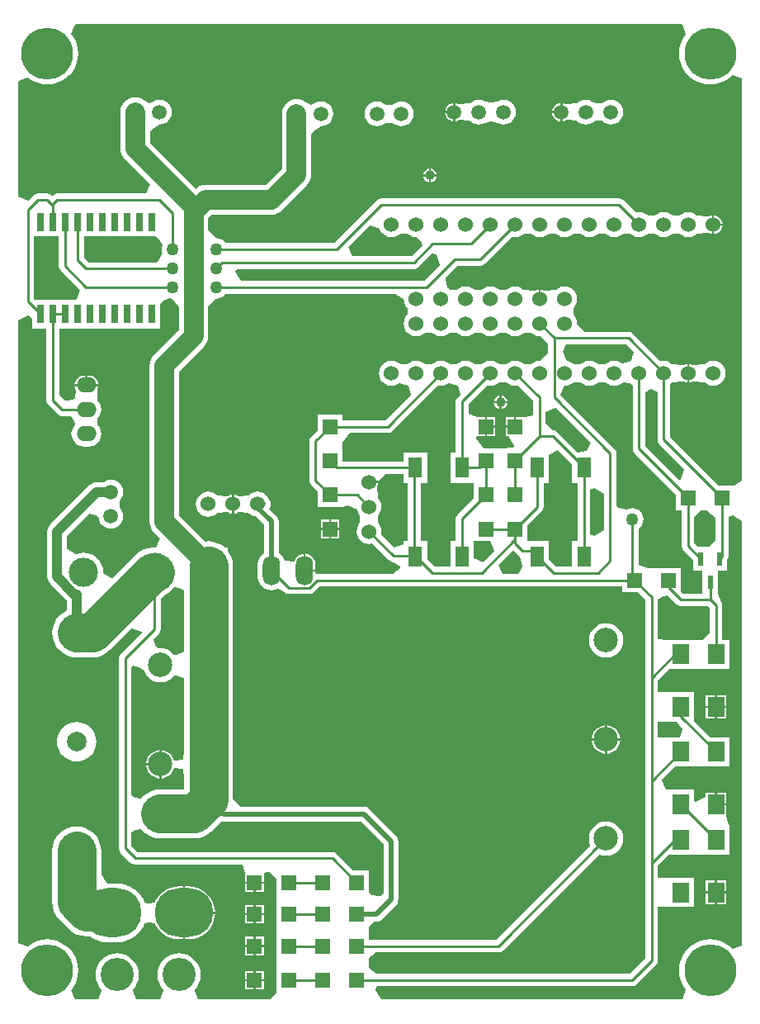
<source format=gtl>
G04 Layer_Physical_Order=1*
G04 Layer_Color=255*
%FSLAX25Y25*%
%MOIN*%
G70*
G01*
G75*
%ADD10R,0.05906X0.05906*%
%ADD11R,0.02559X0.07677*%
%ADD12R,0.05906X0.05906*%
%ADD13R,0.06693X0.07874*%
%ADD14R,0.02362X0.05709*%
%ADD15R,0.05512X0.08268*%
%ADD16C,0.00984*%
%ADD17C,0.07874*%
%ADD18C,0.15748*%
%ADD19C,0.01969*%
%ADD20C,0.03937*%
%ADD21C,0.20945*%
%ADD22C,0.06000*%
%ADD23O,0.23622X0.19685*%
%ADD24C,0.13386*%
%ADD25O,0.08000X0.06000*%
%ADD26C,0.05906*%
%ADD27R,0.11811X0.15748*%
%ADD28O,0.11811X0.15748*%
%ADD29C,0.11811*%
%ADD30O,0.09843X0.07874*%
%ADD31C,0.07874*%
%ADD32O,0.07000X0.12000*%
%ADD33C,0.09843*%
%ADD34C,0.05000*%
%ADD35C,0.03937*%
G36*
X256298Y381890D02*
X256927Y381165D01*
X258039Y377953D01*
X257595Y377432D01*
X256569Y375759D01*
X255818Y373945D01*
X255360Y372036D01*
X255205Y370079D01*
X255360Y368122D01*
X255818Y366213D01*
X256569Y364399D01*
X257595Y362725D01*
X258870Y361232D01*
X260363Y359957D01*
X262037Y358931D01*
X263850Y358180D01*
X265759Y357722D01*
X267717Y357568D01*
X269674Y357722D01*
X271583Y358180D01*
X273396Y358931D01*
X275070Y359957D01*
X276563Y361232D01*
X276752Y361453D01*
X280689Y360001D01*
Y197524D01*
X277532Y195642D01*
X276752Y195642D01*
X271219D01*
X251517Y215344D01*
Y236671D01*
X252337Y237300D01*
X252689Y237491D01*
X256660Y237801D01*
X257066Y237715D01*
X257066Y237715D01*
X257248Y237640D01*
X257988Y237334D01*
X258583Y237255D01*
Y241024D01*
Y244792D01*
X257988Y244713D01*
X257248Y244407D01*
X257066Y244332D01*
X257066Y244332D01*
X256660Y244246D01*
X252689Y244556D01*
X252337Y244747D01*
X251498Y245391D01*
X250282Y245895D01*
X248976Y246067D01*
X247695Y245898D01*
X236521Y257072D01*
X235697Y257623D01*
X234724Y257817D01*
X234724Y257817D01*
X217321D01*
X216578Y258224D01*
X214019Y261024D01*
X213848Y262329D01*
X213344Y263545D01*
X212542Y264896D01*
Y267151D01*
X213344Y268502D01*
X213848Y269718D01*
X214019Y271024D01*
X213848Y272329D01*
X213344Y273545D01*
X212542Y274590D01*
X211498Y275391D01*
X210282Y275895D01*
X208976Y276067D01*
X207671Y275895D01*
X206455Y275391D01*
X205615Y274747D01*
X205264Y274556D01*
X201293Y274246D01*
X200887Y274332D01*
X200886Y274332D01*
X200705Y274407D01*
X199965Y274713D01*
X199370Y274792D01*
Y271024D01*
X198583D01*
Y274792D01*
X197988Y274713D01*
X197248Y274407D01*
X197066Y274332D01*
X197066Y274332D01*
X196660Y274246D01*
X192688Y274556D01*
X192337Y274747D01*
X191498Y275391D01*
X190282Y275895D01*
X188976Y276067D01*
X187671Y275895D01*
X186455Y275391D01*
X185104Y274590D01*
X182849D01*
X181498Y275391D01*
X180282Y275895D01*
X178976Y276067D01*
X177671Y275895D01*
X176455Y275391D01*
X175104Y274590D01*
X172849D01*
X171498Y275391D01*
X170282Y275895D01*
X168976Y276067D01*
X167671Y275895D01*
X166455Y275391D01*
X165104Y274590D01*
X162849D01*
X161751Y275241D01*
X161429Y275720D01*
X160741Y278985D01*
X160856Y279763D01*
X165584Y284491D01*
X174984D01*
X174984Y284490D01*
X175957Y284684D01*
X176781Y285235D01*
X187695Y296149D01*
X188976Y295981D01*
X190282Y296152D01*
X191498Y296656D01*
X192849Y297458D01*
X195104D01*
X196455Y296656D01*
X197671Y296152D01*
X198976Y295981D01*
X200282Y296152D01*
X201498Y296656D01*
X202849Y297458D01*
X205104D01*
X206455Y296656D01*
X207671Y296152D01*
X208976Y295981D01*
X210282Y296152D01*
X211498Y296656D01*
X212849Y297458D01*
X215104D01*
X216455Y296656D01*
X217671Y296152D01*
X218976Y295981D01*
X220282Y296152D01*
X221498Y296656D01*
X222849Y297458D01*
X225104D01*
X226455Y296656D01*
X227671Y296152D01*
X228976Y295981D01*
X230282Y296152D01*
X231498Y296656D01*
X232849Y297458D01*
X235104D01*
X236455Y296656D01*
X237671Y296152D01*
X238976Y295981D01*
X240282Y296152D01*
X241498Y296656D01*
X242849Y297458D01*
X245104D01*
X246455Y296656D01*
X247671Y296152D01*
X248976Y295981D01*
X250282Y296152D01*
X251498Y296656D01*
X252849Y297458D01*
X255104D01*
X256455Y296656D01*
X257671Y296152D01*
X258976Y295981D01*
X260282Y296152D01*
X261498Y296656D01*
X262337Y297300D01*
X262688Y297491D01*
X266660Y297801D01*
X267066Y297715D01*
X267066Y297715D01*
X267248Y297640D01*
X267988Y297334D01*
X268583Y297255D01*
Y301024D01*
Y304792D01*
X267988Y304714D01*
X267248Y304407D01*
X267066Y304332D01*
X267066Y304332D01*
X266660Y304246D01*
X262688Y304556D01*
X262337Y304747D01*
X261498Y305391D01*
X260282Y305895D01*
X258976Y306067D01*
X257671Y305895D01*
X256455Y305391D01*
X255104Y304590D01*
X252849D01*
X251498Y305391D01*
X250282Y305895D01*
X248976Y306067D01*
X247671Y305895D01*
X246455Y305391D01*
X245104Y304590D01*
X242849D01*
X241498Y305391D01*
X240282Y305895D01*
X238976Y306067D01*
X237695Y305898D01*
X232742Y310852D01*
X231917Y311403D01*
X230945Y311596D01*
X230945Y311596D01*
X134843D01*
X134843Y311596D01*
X133870Y311403D01*
X133046Y310852D01*
X115798Y293604D01*
X71911D01*
X71398Y294272D01*
X70458Y294994D01*
X69364Y295447D01*
X68189Y295602D01*
X65498Y298060D01*
X65021Y298883D01*
Y303631D01*
X66448Y305058D01*
X90551D01*
X90551Y305058D01*
X91715Y305172D01*
X92834Y305512D01*
X93866Y306063D01*
X94770Y306805D01*
X104907Y316943D01*
X105649Y317847D01*
X106201Y318878D01*
X106540Y319998D01*
X106655Y321161D01*
X106655Y321162D01*
Y337673D01*
X107487Y338700D01*
X110531Y340693D01*
X111824Y340864D01*
X113029Y341363D01*
X114064Y342157D01*
X114858Y343191D01*
X115357Y344396D01*
X115527Y345689D01*
X115357Y346982D01*
X114858Y348187D01*
X114064Y349221D01*
X113029Y350015D01*
X111824Y350514D01*
X110531Y350684D01*
X109239Y350514D01*
X108034Y350015D01*
X106605Y349409D01*
X104003Y350649D01*
X102972Y351201D01*
X101853Y351540D01*
X100689Y351655D01*
X99525Y351540D01*
X98406Y351201D01*
X97375Y350649D01*
X96471Y349907D01*
X95729Y349003D01*
X95177Y347972D01*
X94838Y346853D01*
X94723Y345689D01*
Y323633D01*
X88080Y316989D01*
X63977D01*
X63976Y316989D01*
X62813Y316875D01*
X61693Y316535D01*
X60662Y315984D01*
X60067Y315496D01*
X41399Y334164D01*
Y338440D01*
X42231Y339468D01*
X45276Y341461D01*
X46569Y341631D01*
X47773Y342130D01*
X48808Y342924D01*
X49602Y343959D01*
X50101Y345164D01*
X50271Y346457D01*
X50101Y347750D01*
X49602Y348954D01*
X48808Y349989D01*
X47773Y350783D01*
X46569Y351282D01*
X45276Y351452D01*
X43983Y351282D01*
X42778Y350783D01*
X41349Y350177D01*
X38747Y351417D01*
X37716Y351968D01*
X36597Y352308D01*
X35433Y352422D01*
X34269Y352308D01*
X33150Y351968D01*
X32119Y351417D01*
X31215Y350675D01*
X30473Y349771D01*
X29921Y348740D01*
X29582Y347621D01*
X29467Y346457D01*
Y331693D01*
X29467Y331693D01*
X29582Y330529D01*
X29921Y329410D01*
X30473Y328379D01*
X31215Y327474D01*
X41487Y317202D01*
X39981Y313565D01*
X3937D01*
X3937Y313565D01*
X2965Y313371D01*
X2140Y312820D01*
X1969Y312649D01*
X1797Y312820D01*
X972Y313371D01*
X0Y313565D01*
X-0Y313565D01*
X-3937D01*
X-4909Y313371D01*
X-5734Y312820D01*
X-5734Y312820D01*
X-7874Y310680D01*
X-11811Y312311D01*
Y358660D01*
X-11086Y359289D01*
X-7874Y360401D01*
X-7354Y359957D01*
X-5680Y358931D01*
X-3866Y358180D01*
X-1957Y357722D01*
X0Y357568D01*
X1957Y357722D01*
X3866Y358180D01*
X5680Y358931D01*
X7354Y359957D01*
X8847Y361232D01*
X10122Y362725D01*
X11147Y364399D01*
X11899Y366213D01*
X12357Y368122D01*
X12511Y370079D01*
X12357Y372036D01*
X11899Y373945D01*
X11147Y375759D01*
X10122Y377432D01*
X9677Y377953D01*
X10790Y381165D01*
X11418Y381890D01*
X256298Y381890D01*
D02*
G37*
G36*
X132650Y300073D02*
X134270Y299321D01*
X134609Y298502D01*
X135410Y297458D01*
X136455Y296656D01*
X137671Y296152D01*
X138976Y295981D01*
X140282Y296152D01*
X141498Y296656D01*
X142849Y297458D01*
X145104D01*
X146455Y296656D01*
X147671Y296152D01*
X148976Y295981D01*
X149371Y296033D01*
X151105Y293525D01*
X151422Y292515D01*
X147136Y288230D01*
X123179D01*
X121548Y292167D01*
X130081Y300700D01*
X132650Y300073D01*
D02*
G37*
G36*
X45253Y294923D02*
X46506Y292723D01*
X46305Y292238D01*
X46150Y291063D01*
X46305Y289888D01*
X46396Y289667D01*
X45236Y287007D01*
X44147Y285730D01*
X16741D01*
X14726Y287745D01*
Y296228D01*
X44018D01*
X45253Y294923D01*
D02*
G37*
G36*
X157310Y288972D02*
X158699Y284792D01*
X152137Y278230D01*
X78061D01*
X75836Y282167D01*
X76427Y283148D01*
X148189D01*
X148189Y283148D01*
X149161Y283342D01*
X149986Y283892D01*
X155350Y289256D01*
X157310Y288972D01*
D02*
G37*
G36*
X4644Y284193D02*
X4644Y284193D01*
X4837Y283221D01*
X5388Y282396D01*
X13147Y274638D01*
X12365Y271718D01*
X11650Y270701D01*
X-5060D01*
X-5333Y270974D01*
Y296228D01*
X4644D01*
Y284193D01*
D02*
G37*
G36*
X236711Y249696D02*
X235987Y246001D01*
X232293Y244919D01*
X231498Y245391D01*
X230282Y245895D01*
X228976Y246067D01*
X227671Y245895D01*
X226455Y245391D01*
X225104Y244590D01*
X222849D01*
X221498Y245391D01*
X220282Y245895D01*
X218976Y246067D01*
X217671Y245895D01*
X216455Y245391D01*
X215104Y244590D01*
X212849D01*
X211498Y245391D01*
X210282Y245895D01*
X209996Y245933D01*
X208079Y249592D01*
X209465Y252735D01*
X233672D01*
X236711Y249696D01*
D02*
G37*
G36*
X143933Y271024D02*
X144105Y269718D01*
X144609Y268502D01*
X145410Y267151D01*
Y264896D01*
X144609Y263545D01*
X144105Y262329D01*
X143933Y261024D01*
X144105Y259718D01*
X144609Y258502D01*
X145410Y257458D01*
X146455Y256656D01*
X147671Y256152D01*
X148976Y255980D01*
X150282Y256152D01*
X151498Y256656D01*
X152849Y257458D01*
X155104D01*
X156455Y256656D01*
X157671Y256152D01*
X158976Y255980D01*
X160282Y256152D01*
X161498Y256656D01*
X162849Y257458D01*
X165104D01*
X166455Y256656D01*
X167671Y256152D01*
X168976Y255980D01*
X170282Y256152D01*
X171498Y256656D01*
X172849Y257458D01*
X175104D01*
X176455Y256656D01*
X177671Y256152D01*
X178976Y255980D01*
X180282Y256152D01*
X181498Y256656D01*
X182849Y257458D01*
X185104D01*
X186455Y256656D01*
X187671Y256152D01*
X188976Y255980D01*
X190282Y256152D01*
X191498Y256656D01*
X192849Y257458D01*
X195104D01*
X196455Y256656D01*
X197671Y256152D01*
X198976Y255980D01*
X202184Y253061D01*
Y249369D01*
X201776Y248625D01*
X198976Y246067D01*
X197671Y245895D01*
X196455Y245391D01*
X195104Y244590D01*
X192849D01*
X191498Y245391D01*
X190282Y245895D01*
X188976Y246067D01*
X187671Y245895D01*
X186455Y245391D01*
X185104Y244590D01*
X182849D01*
X181498Y245391D01*
X180282Y245895D01*
X178976Y246067D01*
X177671Y245895D01*
X176455Y245391D01*
X175104Y244590D01*
X172849D01*
X171498Y245391D01*
X170282Y245895D01*
X168976Y246067D01*
X167671Y245895D01*
X166455Y245391D01*
X165104Y244590D01*
X162849D01*
X161498Y245391D01*
X160282Y245895D01*
X158976Y246067D01*
X157671Y245895D01*
X156455Y245391D01*
X155104Y244590D01*
X152849D01*
X151498Y245391D01*
X150282Y245895D01*
X148976Y246067D01*
X147671Y245895D01*
X146455Y245391D01*
X145104Y244590D01*
X142849D01*
X141498Y245391D01*
X140282Y245895D01*
X138976Y246067D01*
X137671Y245895D01*
X136455Y245391D01*
X135410Y244590D01*
X134609Y243545D01*
X134105Y242329D01*
X133933Y241024D01*
X134105Y239718D01*
X134609Y238502D01*
X135410Y237458D01*
X136455Y236656D01*
X137671Y236152D01*
X138976Y235981D01*
X140282Y236152D01*
X141498Y236656D01*
X142293Y237128D01*
X145987Y236047D01*
X146711Y232351D01*
X136388Y222029D01*
X119126D01*
Y224441D01*
X109221D01*
Y218129D01*
X106471Y215379D01*
X105920Y214555D01*
X105727Y213583D01*
X105727Y213583D01*
Y197835D01*
X105727Y197835D01*
X105920Y196862D01*
X106471Y196038D01*
X109221Y193288D01*
Y186976D01*
X119126D01*
Y186976D01*
X121257Y187705D01*
X125050Y185860D01*
X125554Y184644D01*
X126355Y183293D01*
Y181038D01*
X125554Y179687D01*
X125050Y178471D01*
X124878Y177165D01*
X125050Y175860D01*
X125554Y174644D01*
X126355Y173599D01*
X127400Y172798D01*
X128616Y172294D01*
X129921Y172122D01*
X131202Y172291D01*
X137967Y165526D01*
X138791Y164975D01*
X139764Y164782D01*
X143023Y162794D01*
X139601Y160021D01*
X108853D01*
X108261Y160507D01*
Y161024D01*
X103937D01*
Y161417D01*
X103543D01*
Y168190D01*
X102818Y168094D01*
X101775Y167662D01*
X100879Y166975D01*
X100192Y166079D01*
X99760Y165037D01*
X95910Y165353D01*
X95355Y166691D01*
X94474Y167840D01*
X93451Y168625D01*
Y181213D01*
X93348Y181992D01*
X93048Y182718D01*
X92569Y183341D01*
X89624Y186286D01*
X89660Y186374D01*
X89898Y186684D01*
X90199Y187410D01*
X90301Y188189D01*
X90199Y188968D01*
X89898Y189694D01*
X89660Y190004D01*
X89368Y190710D01*
X88566Y191755D01*
X87522Y192557D01*
X86305Y193060D01*
X85000Y193232D01*
X83695Y193060D01*
X82478Y192557D01*
X81639Y191912D01*
X81288Y191721D01*
X77316Y191411D01*
X76910Y191497D01*
X76910Y191497D01*
X76728Y191573D01*
X75989Y191879D01*
X75394Y191957D01*
Y188189D01*
Y184421D01*
X75989Y184499D01*
X76728Y184805D01*
X76910Y184881D01*
X76910Y184881D01*
X77316Y184967D01*
X81288Y184657D01*
X81639Y184466D01*
X82478Y183821D01*
X83695Y183318D01*
X84137Y183259D01*
X87431Y179966D01*
Y168456D01*
X86629Y167840D01*
X85747Y166691D01*
X85193Y165353D01*
X85004Y163917D01*
Y158917D01*
X85193Y157482D01*
X85747Y156144D01*
X86629Y154995D01*
X87777Y154113D01*
X89115Y153559D01*
X90551Y153370D01*
X91987Y153559D01*
X93325Y154113D01*
X95747Y152629D01*
X96571Y152078D01*
X97543Y151884D01*
X97543Y151884D01*
X105798D01*
X105798Y151884D01*
X106770Y152078D01*
X107594Y152629D01*
X109905Y154939D01*
X232252D01*
Y152528D01*
X238564D01*
X241553Y149538D01*
Y118110D01*
X241553Y118110D01*
X241553Y118110D01*
Y76378D01*
X241553Y76378D01*
X241553Y76378D01*
Y43307D01*
X241553Y43307D01*
X241553Y43307D01*
Y5064D01*
X235093Y-1396D01*
X132917D01*
X129953Y1016D01*
Y4890D01*
X132917Y7302D01*
X182343D01*
X182343Y7302D01*
X183315Y7495D01*
X184139Y8046D01*
X222916Y46823D01*
X223027Y46764D01*
X224332Y46368D01*
X225689Y46234D01*
X227046Y46368D01*
X228350Y46764D01*
X229553Y47406D01*
X230607Y48271D01*
X231472Y49325D01*
X232114Y50528D01*
X232510Y51832D01*
X232644Y53189D01*
X232510Y54546D01*
X232114Y55850D01*
X231472Y57053D01*
X230607Y58107D01*
X229553Y58972D01*
X228350Y59614D01*
X227046Y60010D01*
X225689Y60144D01*
X224332Y60010D01*
X223027Y59614D01*
X221825Y58972D01*
X220771Y58107D01*
X219906Y57053D01*
X219264Y55850D01*
X218868Y54546D01*
X218734Y53189D01*
X218868Y51832D01*
X219264Y50528D01*
X219323Y50416D01*
X181290Y12383D01*
X129953D01*
X129953Y14795D01*
Y17685D01*
X131895Y19628D01*
X132874D01*
X133653Y19730D01*
X134379Y20031D01*
X135002Y20509D01*
X140908Y26415D01*
X141386Y27038D01*
X141687Y27764D01*
X141789Y28543D01*
Y52165D01*
X141687Y52944D01*
X141386Y53670D01*
X140908Y54294D01*
X130081Y65121D01*
X129458Y65599D01*
X128732Y65900D01*
X127953Y66002D01*
X78558D01*
X78257Y66088D01*
X74989Y69004D01*
Y160689D01*
Y163279D01*
X74798Y165215D01*
X74234Y167076D01*
X73317Y168792D01*
X72972Y169211D01*
Y170563D01*
X71757D01*
X70579Y171529D01*
X68864Y172446D01*
X67003Y173011D01*
X65067Y173201D01*
X63715Y173068D01*
X53210Y183573D01*
Y241623D01*
X63274Y251687D01*
X63274Y251687D01*
X64015Y252591D01*
X64567Y253623D01*
X64906Y254742D01*
X65021Y255906D01*
Y267869D01*
X65498Y268692D01*
X68189Y271150D01*
X69364Y271305D01*
X70458Y271758D01*
X71398Y272480D01*
X71911Y273148D01*
X140378D01*
X143933Y271024D01*
D02*
G37*
G36*
X226455Y236656D02*
X227671Y236152D01*
X228976Y235981D01*
X230282Y236152D01*
X231498Y236656D01*
X232771Y237411D01*
X235133Y236934D01*
X236435Y236064D01*
Y210512D01*
X236435Y210512D01*
X236629Y209539D01*
X237180Y208715D01*
X253847Y192048D01*
Y185736D01*
X256258D01*
Y171221D01*
X256258Y171221D01*
X256452Y170248D01*
X257002Y169424D01*
X260795Y165631D01*
Y161189D01*
X264535D01*
Y152147D01*
X256958D01*
X255937Y153168D01*
Y162433D01*
X246031D01*
Y162433D01*
X242698D01*
X238761Y163739D01*
Y178364D01*
X239430Y178877D01*
X240151Y179817D01*
X240605Y180912D01*
X240759Y182087D01*
X240605Y183261D01*
X240151Y184356D01*
X239430Y185296D01*
X238490Y186017D01*
X237395Y186471D01*
X236221Y186625D01*
X235046Y186471D01*
X233951Y186017D01*
X233840Y185932D01*
X231032Y186828D01*
X229903Y187702D01*
Y208661D01*
X229903Y208661D01*
X229710Y209634D01*
X229159Y210458D01*
X207265Y232352D01*
X208976Y235981D01*
X210282Y236152D01*
X211498Y236656D01*
X212849Y237458D01*
X215104D01*
X216455Y236656D01*
X217671Y236152D01*
X218976Y235981D01*
X220282Y236152D01*
X221498Y236656D01*
X222849Y237458D01*
X225104D01*
X226455Y236656D01*
D02*
G37*
G36*
X186455D02*
X187671Y236152D01*
X188976Y235981D01*
X190257Y236149D01*
X196278Y230129D01*
Y224135D01*
X192717Y223228D01*
X192341Y223228D01*
X189370D01*
Y219488D01*
X188976D01*
Y219094D01*
X185236D01*
Y215748D01*
X186364D01*
X188468Y211811D01*
X187861Y210902D01*
X184024Y210662D01*
X182118D01*
Y210661D01*
X176054D01*
X173093Y214598D01*
X173425Y215748D01*
X173998Y215748D01*
X176772D01*
Y219488D01*
Y223228D01*
X173998D01*
X173425Y223228D01*
X170061Y224610D01*
Y228514D01*
X177695Y236149D01*
X178976Y235981D01*
X180282Y236152D01*
X181498Y236656D01*
X182849Y237458D01*
X185104D01*
X186455Y236656D01*
D02*
G37*
G36*
X165987Y236047D02*
X166711Y232351D01*
X165723Y231364D01*
X165172Y230539D01*
X164979Y229567D01*
X164979Y229567D01*
Y209087D01*
X162764D01*
Y196819D01*
X172213D01*
Y190570D01*
X165723Y184080D01*
X165172Y183256D01*
X164979Y182283D01*
X164979Y182283D01*
Y173260D01*
X162764D01*
Y162974D01*
X156564D01*
X153378Y166160D01*
Y173260D01*
X150730D01*
Y196819D01*
X153378D01*
Y209087D01*
X143866D01*
Y205494D01*
X119126D01*
Y210661D01*
X119126D01*
Y213010D01*
X122064Y216947D01*
X137441D01*
X137441Y216947D01*
X138413Y217141D01*
X139238Y217691D01*
X157695Y236149D01*
X158976Y235981D01*
X160282Y236152D01*
X161498Y236656D01*
X162293Y237128D01*
X165987Y236047D01*
D02*
G37*
G36*
X49514Y271305D02*
X50689Y271150D01*
X52997Y267940D01*
X53089Y267668D01*
Y258377D01*
X43026Y248313D01*
X42284Y247409D01*
X41732Y246377D01*
X41393Y245258D01*
X41278Y244094D01*
X41278Y244094D01*
Y181103D01*
X41278Y181102D01*
X41393Y179938D01*
X41732Y178819D01*
X42284Y177788D01*
X43026Y176884D01*
X45554Y174356D01*
X43766Y170576D01*
X43413Y170611D01*
X42579D01*
X40643Y170420D01*
X38782Y169855D01*
X37067Y168939D01*
X35563Y167705D01*
X26198Y158340D01*
X25852Y158414D01*
X22577Y160287D01*
X22617Y160689D01*
X22464Y162239D01*
X22012Y163729D01*
X21278Y165102D01*
X20290Y166306D01*
X19086Y167294D01*
X17713Y168028D01*
X16223Y168480D01*
X14673Y168633D01*
X13124Y168480D01*
X11877Y168102D01*
X11569Y168066D01*
X8195Y170050D01*
X7940Y170391D01*
Y175507D01*
X16889Y184457D01*
X19486Y183591D01*
X20751Y182751D01*
X20864Y181896D01*
X21363Y180691D01*
X22157Y179657D01*
X23191Y178863D01*
X24396Y178364D01*
X25689Y178193D01*
X26982Y178364D01*
X28187Y178863D01*
X29221Y179657D01*
X30015Y180691D01*
X30514Y181896D01*
X30685Y183189D01*
X30514Y184482D01*
X30015Y185687D01*
X29221Y186997D01*
Y189223D01*
X30015Y190534D01*
X30514Y191739D01*
X30685Y193032D01*
X30514Y194324D01*
X30015Y195529D01*
X29221Y196564D01*
X28187Y197358D01*
X26982Y197857D01*
X25689Y198027D01*
X24396Y197857D01*
X23191Y197358D01*
X22770Y197034D01*
X19803D01*
X18767Y196898D01*
X17802Y196498D01*
X16973Y195862D01*
X1107Y179996D01*
X471Y179167D01*
X71Y178201D01*
X-66Y177165D01*
Y158876D01*
X71Y157840D01*
X471Y156874D01*
X1107Y156045D01*
X7926Y149225D01*
Y145277D01*
X6417Y144470D01*
X4913Y143236D01*
X3680Y141733D01*
X2763Y140017D01*
X2198Y138156D01*
X2007Y136221D01*
X2198Y134285D01*
X2763Y132424D01*
X3680Y130708D01*
X4913Y129205D01*
X6417Y127971D01*
X8132Y127054D01*
X9994Y126489D01*
X11929Y126299D01*
X18110D01*
X20046Y126489D01*
X21907Y127054D01*
X23622Y127971D01*
X25126Y129205D01*
X34013Y138092D01*
X38285Y136796D01*
X38356Y136438D01*
X29699Y127781D01*
X29149Y126957D01*
X28955Y125984D01*
X28955Y125984D01*
Y49213D01*
X28955Y49213D01*
X29149Y48240D01*
X29699Y47416D01*
X33636Y43479D01*
X34461Y42928D01*
X35433Y42735D01*
X35433Y42735D01*
X79014D01*
X79921Y39173D01*
X79921Y38798D01*
Y35827D01*
X87402D01*
Y38798D01*
X87402Y39173D01*
X87448Y39356D01*
X88551Y39729D01*
X89417Y39524D01*
X92488Y36903D01*
Y31528D01*
X92488Y30480D01*
Y27591D01*
X92488Y26543D01*
Y18732D01*
X92488Y17685D01*
Y14795D01*
X92488Y13748D01*
Y4953D01*
X92488Y4890D01*
Y1016D01*
X92488Y953D01*
Y-7874D01*
X92488Y-8890D01*
X90036Y-11811D01*
X60913D01*
X59517Y-8362D01*
X59459Y-7874D01*
X60452Y-6664D01*
X61259Y-5154D01*
X61756Y-3515D01*
X61924Y-1811D01*
X61756Y-107D01*
X61259Y1532D01*
X60452Y3042D01*
X59365Y4366D01*
X58042Y5452D01*
X56532Y6259D01*
X54893Y6756D01*
X53189Y6924D01*
X51485Y6756D01*
X49846Y6259D01*
X48336Y5452D01*
X47012Y4366D01*
X45926Y3042D01*
X45119Y1532D01*
X44622Y-107D01*
X44454Y-1811D01*
X44622Y-3515D01*
X45119Y-5154D01*
X45926Y-6664D01*
X46919Y-7874D01*
X46861Y-8362D01*
X45465Y-11811D01*
X35913D01*
X34517Y-8362D01*
X34459Y-7874D01*
X35452Y-6664D01*
X36259Y-5154D01*
X36756Y-3515D01*
X36924Y-1811D01*
X36756Y-107D01*
X36259Y1532D01*
X35452Y3042D01*
X34365Y4366D01*
X33042Y5452D01*
X31532Y6259D01*
X29893Y6756D01*
X28189Y6924D01*
X26485Y6756D01*
X24846Y6259D01*
X23336Y5452D01*
X22012Y4366D01*
X20926Y3042D01*
X20119Y1532D01*
X19622Y-107D01*
X19454Y-1811D01*
X19622Y-3515D01*
X20119Y-5154D01*
X20926Y-6664D01*
X21919Y-7874D01*
X21861Y-8362D01*
X20465Y-11811D01*
X11418D01*
X10790Y-11086D01*
X9677Y-7874D01*
X10122Y-7354D01*
X11147Y-5680D01*
X11899Y-3866D01*
X12357Y-1957D01*
X12511Y0D01*
X12357Y1957D01*
X11899Y3866D01*
X11147Y5680D01*
X10122Y7354D01*
X8847Y8847D01*
X7354Y10122D01*
X5680Y11147D01*
X3866Y11899D01*
X1957Y12357D01*
X0Y12511D01*
X-1957Y12357D01*
X-3866Y11899D01*
X-5680Y11147D01*
X-7354Y10122D01*
X-7874Y9677D01*
X-11086Y10790D01*
X-11811Y11418D01*
Y262362D01*
X-7874Y264315D01*
X-6095Y262963D01*
Y259024D01*
X-356D01*
Y230099D01*
X-356Y230098D01*
X-163Y229126D01*
X388Y228302D01*
X4109Y224581D01*
X4933Y224030D01*
X5906Y223837D01*
X5906Y223837D01*
X9583D01*
X10881Y221532D01*
X11145Y220279D01*
X10380Y219057D01*
X9877Y217841D01*
X9705Y216535D01*
X9877Y215230D01*
X10380Y214014D01*
X11182Y212969D01*
X12227Y212168D01*
X13443Y211664D01*
X14748Y211492D01*
X16748D01*
X18053Y211664D01*
X19270Y212168D01*
X20314Y212969D01*
X21115Y214014D01*
X21619Y215230D01*
X21791Y216535D01*
X21619Y217841D01*
X21115Y219057D01*
X20314Y220339D01*
Y222574D01*
X21115Y223856D01*
X21619Y225073D01*
X21791Y226378D01*
X21619Y227683D01*
X21115Y228900D01*
X20540Y229650D01*
X20308Y230053D01*
X20051Y234286D01*
X20056Y234310D01*
X20187Y234627D01*
X20438Y235232D01*
X20516Y235827D01*
X15748D01*
X10980D01*
X11058Y235232D01*
X11309Y234627D01*
X11440Y234310D01*
X11445Y234286D01*
X11223Y230624D01*
X8511Y229858D01*
X8403Y229850D01*
X7118Y229951D01*
X4726Y232273D01*
Y259024D01*
X45465D01*
Y269063D01*
X46792Y270274D01*
X49076Y271486D01*
X49514Y271305D01*
D02*
G37*
G36*
X219407Y213024D02*
X217952Y209513D01*
X214139Y209140D01*
X205931Y217348D01*
X205106Y217899D01*
X204134Y218092D01*
X201360Y220613D01*
Y225503D01*
X205297Y227133D01*
X219407Y213024D01*
D02*
G37*
G36*
X246435Y233251D02*
Y214291D01*
X246435Y214291D01*
X246629Y213319D01*
X247180Y212495D01*
X257302Y202372D01*
X256006Y198100D01*
X255151Y197930D01*
X241517Y211564D01*
Y233251D01*
X243976Y234751D01*
X246435Y233251D01*
D02*
G37*
G36*
X224821Y192456D02*
Y177622D01*
X220884Y175308D01*
X219366Y176152D01*
X219273Y176279D01*
Y193799D01*
X219366Y193926D01*
X220884Y194771D01*
X224821Y192456D01*
D02*
G37*
G36*
X266101Y185736D02*
X270038Y182798D01*
Y173449D01*
X267158Y170898D01*
X262716D01*
X261340Y172273D01*
Y182798D01*
X263752Y185736D01*
X266101D01*
D02*
G37*
G36*
X143866Y196819D02*
X145648D01*
Y173260D01*
X143866D01*
Y172005D01*
X139929Y170751D01*
X134796Y175884D01*
X134964Y177165D01*
X134793Y178471D01*
X134289Y179687D01*
X133487Y181038D01*
Y183293D01*
X134289Y184644D01*
X134793Y185860D01*
X134964Y187165D01*
X134793Y188471D01*
X134289Y189687D01*
X133645Y190526D01*
X133454Y190877D01*
X133144Y194849D01*
X133229Y195255D01*
X133611Y196177D01*
X133689Y196772D01*
X129921D01*
Y197559D01*
X134077D01*
X135918Y199720D01*
X136937Y200412D01*
X143866D01*
Y196819D01*
D02*
G37*
G36*
X180666Y169260D02*
X176213Y164806D01*
X172276Y166437D01*
Y173197D01*
X179036D01*
X180666Y169260D01*
D02*
G37*
G36*
X211976Y204115D02*
Y196819D01*
X214191D01*
Y173260D01*
X211976D01*
Y162974D01*
X205580D01*
X202590Y165963D01*
Y173260D01*
X193929D01*
Y179509D01*
X199631Y185211D01*
X200182Y186036D01*
X200376Y187008D01*
X200376Y187008D01*
Y196819D01*
X202590D01*
Y207933D01*
X206190Y209902D01*
X211976Y204115D01*
D02*
G37*
G36*
X190132Y167495D02*
X190957Y166944D01*
X191847Y163025D01*
X190689Y160336D01*
X189544Y160021D01*
X183759D01*
X182252Y163659D01*
X188110Y169517D01*
X190132Y167495D01*
D02*
G37*
G36*
X254109Y147810D02*
X254933Y147259D01*
X255906Y147065D01*
X255906Y147065D01*
X266664D01*
X267538Y146192D01*
Y136228D01*
X264732Y133496D01*
X261252D01*
Y133496D01*
X250559D01*
Y133496D01*
X246635Y133528D01*
Y148841D01*
X246635Y149715D01*
X248739Y151054D01*
X250481Y151437D01*
X254109Y147810D01*
D02*
G37*
G36*
X53187Y154373D02*
X55145Y153339D01*
Y128532D01*
X52340Y127402D01*
X51208Y127374D01*
X50607Y128107D01*
X49553Y128972D01*
X48351Y129614D01*
X47046Y130010D01*
X45689Y130144D01*
X44721Y130048D01*
X43982Y130813D01*
X42749Y133644D01*
X45104Y135998D01*
X45104Y135999D01*
X45655Y136823D01*
X45848Y137795D01*
Y149927D01*
X47712Y151790D01*
X48926Y152439D01*
X50429Y153673D01*
X51208Y154622D01*
X53187Y154373D01*
D02*
G37*
G36*
X280689Y181242D02*
Y10078D01*
X276752Y8626D01*
X276563Y8847D01*
X275070Y10122D01*
X273396Y11147D01*
X271583Y11899D01*
X269674Y12357D01*
X267717Y12511D01*
X265759Y12357D01*
X263850Y11899D01*
X262037Y11147D01*
X260363Y10122D01*
X258870Y8847D01*
X257595Y7354D01*
X256569Y5680D01*
X255818Y3866D01*
X255360Y1957D01*
X255205Y0D01*
X255360Y-1957D01*
X255818Y-3866D01*
X256569Y-5680D01*
X257595Y-7354D01*
X258039Y-7874D01*
X256927Y-11086D01*
X256298Y-11811D01*
X134926D01*
X132418Y-7874D01*
X132946Y-6740D01*
X133311Y-6478D01*
X236146D01*
X236146Y-6478D01*
X237118Y-6284D01*
X237942Y-5734D01*
X245891Y2215D01*
X246442Y3039D01*
X246635Y4012D01*
X246635Y4012D01*
Y25527D01*
X250559Y25559D01*
X250572Y25559D01*
X261252D01*
Y37433D01*
X250572D01*
X250559Y37433D01*
X246635Y37465D01*
Y42255D01*
X251200Y46819D01*
X261252D01*
X261252Y46819D01*
X264732D01*
Y46819D01*
X265189Y46819D01*
X275425D01*
Y58693D01*
X275239D01*
X274213Y62205D01*
X274213Y62630D01*
Y66535D01*
X270079D01*
Y66929D01*
X269685D01*
Y71653D01*
X265945D01*
Y69968D01*
X262008Y67863D01*
X261252Y68369D01*
Y72866D01*
X250559D01*
Y72866D01*
X249751Y72873D01*
X248133Y76823D01*
X253562Y82252D01*
X261252D01*
X261252Y82252D01*
X264732D01*
Y82252D01*
X265189Y82252D01*
X275425D01*
Y94126D01*
X267735D01*
X261252Y100609D01*
Y112236D01*
X250559D01*
Y112236D01*
X246635Y112268D01*
Y117058D01*
X251200Y121622D01*
X261252D01*
Y121622D01*
X264732D01*
Y121622D01*
X275425D01*
Y133496D01*
X272620D01*
Y147244D01*
X272620Y147244D01*
X272426Y148216D01*
X272208Y148543D01*
X270898Y151937D01*
X270898Y151937D01*
X270898D01*
X270898Y151937D01*
Y161189D01*
X274638D01*
Y165761D01*
X274926Y166193D01*
X275120Y167165D01*
X275120Y167165D01*
Y182886D01*
X276752Y183691D01*
X280689Y181242D01*
D02*
G37*
G36*
X254242Y100239D02*
X256671Y97184D01*
X255404Y94126D01*
X250559D01*
Y94126D01*
X246635Y94158D01*
Y100330D01*
X250559Y100362D01*
X254242Y100239D01*
D02*
G37*
G36*
X36761Y122381D02*
X39125Y120984D01*
X39264Y120528D01*
X39906Y119325D01*
X40771Y118271D01*
X41825Y117406D01*
X43027Y116764D01*
X44332Y116368D01*
X45689Y116234D01*
X47046Y116368D01*
X48351Y116764D01*
X49553Y117406D01*
X50607Y118271D01*
X51208Y119004D01*
X52340Y118975D01*
X55145Y117846D01*
Y89012D01*
X54903Y85176D01*
X54903Y85176D01*
Y85176D01*
X51251Y84679D01*
X50675Y86068D01*
X49760Y87260D01*
X48568Y88175D01*
X47179Y88751D01*
X46083Y88895D01*
Y83189D01*
Y77483D01*
X47179Y77627D01*
X48568Y78202D01*
X49760Y79118D01*
X50675Y80310D01*
X50959Y80995D01*
X51251Y81699D01*
X54903Y81202D01*
Y81202D01*
X54903Y81202D01*
X55145Y77366D01*
Y73114D01*
X55142Y73111D01*
X45689D01*
X43753Y72920D01*
X41892Y72356D01*
X40177Y71439D01*
X38673Y70205D01*
X37974Y69353D01*
X35557Y69760D01*
X34037Y70614D01*
Y122356D01*
X34840Y122882D01*
X36761Y122381D01*
D02*
G37*
G36*
X70300Y60085D02*
X71079Y59982D01*
X126706D01*
X135769Y50919D01*
Y31051D01*
X134595Y29898D01*
X130915Y30235D01*
X129953Y31528D01*
Y40386D01*
X123641D01*
X116954Y47072D01*
X116130Y47623D01*
X115157Y47817D01*
X115157Y47817D01*
X36486D01*
X34037Y50265D01*
Y55764D01*
X35557Y56618D01*
X37974Y57025D01*
X38673Y56173D01*
X40177Y54939D01*
X41892Y54022D01*
X43753Y53458D01*
X45689Y53267D01*
X59252D01*
X61188Y53458D01*
X63049Y54022D01*
X64764Y54939D01*
X66268Y56173D01*
X70214Y60120D01*
X70300Y60085D01*
D02*
G37*
%LPC*%
G36*
X184370Y351452D02*
X183077Y351282D01*
X181872Y350783D01*
X181862Y350775D01*
X181801Y350742D01*
X179291Y350276D01*
X176781Y350742D01*
X176721Y350775D01*
X176710Y350783D01*
X175505Y351282D01*
X174213Y351452D01*
X172920Y351282D01*
X171715Y350783D01*
X170938Y350186D01*
X170891Y350160D01*
X170310Y349963D01*
X166591Y349698D01*
X165989Y349834D01*
X165347Y350101D01*
X164764Y350177D01*
Y346457D01*
Y342736D01*
X165347Y342813D01*
X165989Y343079D01*
X166591Y343215D01*
X170310Y342951D01*
X170891Y342753D01*
X170938Y342727D01*
X171715Y342130D01*
X172920Y341631D01*
X174213Y341461D01*
X175505Y341631D01*
X176710Y342130D01*
X176721Y342138D01*
X176781Y342172D01*
X179291Y342637D01*
X181801Y342172D01*
X181862Y342138D01*
X181872Y342130D01*
X183077Y341631D01*
X184370Y341461D01*
X185663Y341631D01*
X186868Y342130D01*
X187902Y342924D01*
X188696Y343959D01*
X189195Y345164D01*
X189366Y346457D01*
X189195Y347750D01*
X188696Y348954D01*
X187902Y349989D01*
X186868Y350783D01*
X185663Y351282D01*
X184370Y351452D01*
D02*
G37*
G36*
X227677D02*
X226384Y351282D01*
X225179Y350783D01*
X225169Y350775D01*
X223734Y349989D01*
X221462D01*
X220028Y350775D01*
X220017Y350783D01*
X218813Y351282D01*
X217520Y351452D01*
X216227Y351282D01*
X215022Y350783D01*
X214245Y350186D01*
X213877Y349981D01*
X209898Y349698D01*
X209296Y349834D01*
X208653Y350101D01*
X208071Y350177D01*
Y346457D01*
Y342736D01*
X208653Y342813D01*
X209296Y343079D01*
X209898Y343215D01*
X213877Y342932D01*
X214245Y342727D01*
X215022Y342130D01*
X216227Y341631D01*
X217520Y341461D01*
X218813Y341631D01*
X220017Y342130D01*
X220028Y342138D01*
X221462Y342924D01*
X223734D01*
X225169Y342138D01*
X225179Y342130D01*
X226384Y341631D01*
X227677Y341461D01*
X228970Y341631D01*
X230175Y342130D01*
X231209Y342924D01*
X232003Y343959D01*
X232502Y345164D01*
X232673Y346457D01*
X232502Y347750D01*
X232003Y348954D01*
X231209Y349989D01*
X230175Y350783D01*
X228970Y351282D01*
X227677Y351452D01*
D02*
G37*
G36*
X143032Y350684D02*
X141739Y350514D01*
X140534Y350015D01*
X139223Y349221D01*
X136997D01*
X135687Y350015D01*
X134482Y350514D01*
X133189Y350684D01*
X131896Y350514D01*
X130691Y350015D01*
X129657Y349221D01*
X128863Y348187D01*
X128364Y346982D01*
X128193Y345689D01*
X128364Y344396D01*
X128863Y343191D01*
X129657Y342157D01*
X130691Y341363D01*
X131896Y340864D01*
X133189Y340693D01*
X134482Y340864D01*
X135687Y341363D01*
X136997Y342157D01*
X139223D01*
X140534Y341363D01*
X141739Y340864D01*
X143032Y340693D01*
X144324Y340864D01*
X145529Y341363D01*
X146564Y342157D01*
X147358Y343191D01*
X147857Y344396D01*
X148027Y345689D01*
X147857Y346982D01*
X147358Y348187D01*
X146564Y349221D01*
X145529Y350015D01*
X144324Y350514D01*
X143032Y350684D01*
D02*
G37*
G36*
X207283Y350177D02*
X206701Y350101D01*
X205791Y349724D01*
X205010Y349124D01*
X204410Y348343D01*
X204033Y347433D01*
X203957Y346850D01*
X207283D01*
Y350177D01*
D02*
G37*
G36*
X163976D02*
X163394Y350101D01*
X162484Y349724D01*
X161703Y349124D01*
X161103Y348343D01*
X160726Y347433D01*
X160650Y346850D01*
X163976D01*
Y350177D01*
D02*
G37*
G36*
X207283Y346063D02*
X203957D01*
X204033Y345480D01*
X204410Y344570D01*
X205010Y343789D01*
X205791Y343190D01*
X206701Y342813D01*
X207283Y342736D01*
Y346063D01*
D02*
G37*
G36*
X163976D02*
X160650D01*
X160726Y345480D01*
X161103Y344570D01*
X161703Y343789D01*
X162484Y343190D01*
X163394Y342813D01*
X163976Y342736D01*
Y346063D01*
D02*
G37*
G36*
X154921Y323594D02*
Y321260D01*
X157255D01*
X157212Y321586D01*
X156935Y322256D01*
X156493Y322832D01*
X155917Y323273D01*
X155247Y323551D01*
X154921Y323594D01*
D02*
G37*
G36*
X154134D02*
X153808Y323551D01*
X153138Y323273D01*
X152562Y322832D01*
X152120Y322256D01*
X151843Y321586D01*
X151800Y321260D01*
X154134D01*
Y323594D01*
D02*
G37*
G36*
X157255Y320472D02*
X154921D01*
Y318138D01*
X155247Y318181D01*
X155917Y318459D01*
X156493Y318901D01*
X156935Y319476D01*
X157212Y320147D01*
X157255Y320472D01*
D02*
G37*
G36*
X154134D02*
X151800D01*
X151843Y320147D01*
X152120Y319476D01*
X152562Y318901D01*
X153138Y318459D01*
X153808Y318181D01*
X154134Y318138D01*
Y320472D01*
D02*
G37*
G36*
X269370Y304792D02*
Y301417D01*
X272745D01*
X272666Y302012D01*
X272285Y302934D01*
X271678Y303725D01*
X270886Y304332D01*
X269965Y304714D01*
X269370Y304792D01*
D02*
G37*
G36*
X272745Y300630D02*
X269370D01*
Y297255D01*
X269965Y297334D01*
X270886Y297715D01*
X271678Y298322D01*
X272285Y299114D01*
X272666Y300035D01*
X272745Y300630D01*
D02*
G37*
G36*
X268976Y246067D02*
X267671Y245895D01*
X266455Y245391D01*
X265615Y244747D01*
X265264Y244556D01*
X261293Y244246D01*
X260887Y244332D01*
X260886Y244332D01*
X260705Y244407D01*
X259965Y244713D01*
X259370Y244792D01*
Y241024D01*
Y237255D01*
X259965Y237334D01*
X260705Y237640D01*
X260886Y237715D01*
X260887Y237715D01*
X261293Y237801D01*
X265264Y237491D01*
X265615Y237300D01*
X266455Y236656D01*
X267671Y236152D01*
X268976Y235981D01*
X270282Y236152D01*
X271498Y236656D01*
X272542Y237458D01*
X273344Y238502D01*
X273848Y239718D01*
X274020Y241024D01*
X273848Y242329D01*
X273344Y243545D01*
X272542Y244590D01*
X271498Y245391D01*
X270282Y245895D01*
X268976Y246067D01*
D02*
G37*
G36*
X65000Y193232D02*
X63695Y193060D01*
X62478Y192557D01*
X61434Y191755D01*
X60632Y190710D01*
X60129Y189494D01*
X59957Y188189D01*
X60129Y186884D01*
X60632Y185667D01*
X61434Y184623D01*
X62478Y183821D01*
X63695Y183318D01*
X65000Y183146D01*
X66305Y183318D01*
X67522Y183821D01*
X68361Y184466D01*
X68712Y184657D01*
X72684Y184967D01*
X73090Y184881D01*
X73090Y184881D01*
X73272Y184805D01*
X74011Y184499D01*
X74606Y184421D01*
Y188189D01*
Y191957D01*
X74011Y191879D01*
X73272Y191573D01*
X73090Y191497D01*
X73090Y191497D01*
X72684Y191411D01*
X68712Y191721D01*
X68361Y191912D01*
X67522Y192557D01*
X66305Y193060D01*
X65000Y193232D01*
D02*
G37*
G36*
X117913Y181890D02*
X114567D01*
Y178543D01*
X117913D01*
Y181890D01*
D02*
G37*
G36*
X113779D02*
X110433D01*
Y178543D01*
X113779D01*
Y181890D01*
D02*
G37*
G36*
X117913Y177756D02*
X114567D01*
Y174409D01*
X117913D01*
Y177756D01*
D02*
G37*
G36*
X113779D02*
X110433D01*
Y174409D01*
X113779D01*
Y177756D01*
D02*
G37*
G36*
X104331Y168190D02*
Y161811D01*
X108261D01*
Y163917D01*
X108114Y165037D01*
X107682Y166079D01*
X106995Y166975D01*
X106099Y167662D01*
X105056Y168094D01*
X104331Y168190D01*
D02*
G37*
G36*
X225689Y140144D02*
X224332Y140010D01*
X223027Y139614D01*
X221825Y138972D01*
X220771Y138107D01*
X219906Y137053D01*
X219264Y135851D01*
X218868Y134546D01*
X218734Y133189D01*
X218868Y131832D01*
X219264Y130527D01*
X219906Y129325D01*
X220771Y128271D01*
X221825Y127406D01*
X223027Y126764D01*
X224332Y126368D01*
X225689Y126234D01*
X227046Y126368D01*
X228350Y126764D01*
X229553Y127406D01*
X230607Y128271D01*
X231472Y129325D01*
X232114Y130527D01*
X232510Y131832D01*
X232644Y133189D01*
X232510Y134546D01*
X232114Y135851D01*
X231472Y137053D01*
X230607Y138107D01*
X229553Y138972D01*
X228350Y139614D01*
X227046Y140010D01*
X225689Y140144D01*
D02*
G37*
G36*
X226083Y98895D02*
Y93583D01*
X231395D01*
X231251Y94679D01*
X230676Y96068D01*
X229760Y97260D01*
X228568Y98176D01*
X227179Y98751D01*
X226083Y98895D01*
D02*
G37*
G36*
X225295D02*
X224199Y98751D01*
X222810Y98176D01*
X221618Y97260D01*
X220703Y96068D01*
X220127Y94679D01*
X219983Y93583D01*
X225295D01*
Y98895D01*
D02*
G37*
G36*
X231395Y92795D02*
X226083D01*
Y87483D01*
X227179Y87627D01*
X228568Y88203D01*
X229760Y89117D01*
X230676Y90310D01*
X231251Y91699D01*
X231395Y92795D01*
D02*
G37*
G36*
X225295D02*
X219983D01*
X220127Y91699D01*
X220703Y90310D01*
X221618Y89117D01*
X222810Y88203D01*
X224199Y87627D01*
X225295Y87483D01*
Y92795D01*
D02*
G37*
G36*
X183465Y232059D02*
Y229724D01*
X185799D01*
X185756Y230050D01*
X185478Y230721D01*
X185036Y231296D01*
X184461Y231738D01*
X183790Y232016D01*
X183465Y232059D01*
D02*
G37*
G36*
X182677D02*
X182351Y232016D01*
X181681Y231738D01*
X181105Y231296D01*
X180664Y230721D01*
X180386Y230050D01*
X180343Y229724D01*
X182677D01*
Y232059D01*
D02*
G37*
G36*
X185799Y228937D02*
X183465D01*
Y226603D01*
X183790Y226646D01*
X184461Y226923D01*
X185036Y227365D01*
X185478Y227941D01*
X185756Y228611D01*
X185799Y228937D01*
D02*
G37*
G36*
X182677D02*
X180343D01*
X180386Y228611D01*
X180664Y227941D01*
X181105Y227365D01*
X181681Y226923D01*
X182351Y226646D01*
X182677Y226603D01*
Y228937D01*
D02*
G37*
G36*
X177559Y223228D02*
Y219882D01*
X180905D01*
Y223228D01*
X177559D01*
D02*
G37*
G36*
X188583D02*
X185236D01*
Y219882D01*
X188583D01*
Y223228D01*
D02*
G37*
G36*
X180905Y219094D02*
X177559D01*
Y215748D01*
X180905D01*
Y219094D01*
D02*
G37*
G36*
X16748Y240041D02*
X16142D01*
Y236614D01*
X20516D01*
X20438Y237209D01*
X20056Y238130D01*
X19449Y238922D01*
X18658Y239529D01*
X17737Y239910D01*
X16748Y240041D01*
D02*
G37*
G36*
X15354D02*
X14748D01*
X13759Y239910D01*
X12838Y239529D01*
X12047Y238922D01*
X11440Y238130D01*
X11058Y237209D01*
X10980Y236614D01*
X15354D01*
Y240041D01*
D02*
G37*
G36*
X11811Y100188D02*
X10261Y100035D01*
X8771Y99583D01*
X7398Y98849D01*
X6194Y97861D01*
X5206Y96657D01*
X4472Y95284D01*
X4020Y93794D01*
X3867Y92244D01*
X4020Y90694D01*
X4472Y89204D01*
X5206Y87831D01*
X6194Y86627D01*
X7398Y85639D01*
X8771Y84905D01*
X10261Y84453D01*
X11811Y84300D01*
X13361Y84453D01*
X14851Y84905D01*
X16224Y85639D01*
X17428Y86627D01*
X18416Y87831D01*
X19150Y89204D01*
X19602Y90694D01*
X19755Y92244D01*
X19602Y93794D01*
X19150Y95284D01*
X18416Y96657D01*
X17428Y97861D01*
X16224Y98849D01*
X14851Y99583D01*
X13361Y100035D01*
X11811Y100188D01*
D02*
G37*
G36*
X87402Y35039D02*
X84055D01*
Y31693D01*
X87402D01*
Y35039D01*
D02*
G37*
G36*
X83268D02*
X79921D01*
Y31693D01*
X83268D01*
Y35039D01*
D02*
G37*
G36*
X57126Y33852D02*
X55551D01*
Y23583D01*
X67758D01*
X67658Y24857D01*
X67267Y26484D01*
X66627Y28030D01*
X65752Y29456D01*
X64666Y30729D01*
X63393Y31815D01*
X61967Y32690D01*
X60421Y33330D01*
X58794Y33720D01*
X57126Y33852D01*
D02*
G37*
G36*
X87402Y26378D02*
X84055D01*
Y23031D01*
X87402D01*
Y26378D01*
D02*
G37*
G36*
X83268D02*
X79921D01*
Y23031D01*
X83268D01*
Y26378D01*
D02*
G37*
G36*
X87402Y22244D02*
X84055D01*
Y18898D01*
X87402D01*
Y22244D01*
D02*
G37*
G36*
X83268D02*
X79921D01*
Y18898D01*
X83268D01*
Y22244D01*
D02*
G37*
G36*
X67758Y22795D02*
X55551D01*
Y12526D01*
X57126D01*
X58794Y12657D01*
X60421Y13048D01*
X61967Y13688D01*
X63393Y14563D01*
X64666Y15649D01*
X65752Y16921D01*
X66627Y18348D01*
X67267Y19894D01*
X67658Y21521D01*
X67758Y22795D01*
D02*
G37*
G36*
X11811Y58111D02*
X9875Y57920D01*
X8014Y57355D01*
X6299Y56439D01*
X4795Y55205D01*
X3561Y53701D01*
X2644Y51986D01*
X2080Y50125D01*
X1889Y48189D01*
Y27559D01*
X2080Y25623D01*
X2644Y23762D01*
X3561Y22047D01*
X4795Y20543D01*
X8732Y16606D01*
X10236Y15372D01*
X11951Y14456D01*
X13812Y13891D01*
X15748Y13700D01*
X17127D01*
X17270Y13579D01*
X18859Y12605D01*
X20581Y11891D01*
X22394Y11456D01*
X24252Y11310D01*
X28189D01*
X30047Y11456D01*
X31860Y11891D01*
X33582Y12605D01*
X35171Y13579D01*
X36589Y14789D01*
X37799Y16207D01*
X38773Y17796D01*
X39246Y18938D01*
X40852Y19342D01*
X43414Y19011D01*
X43688Y18348D01*
X44563Y16921D01*
X45649Y15649D01*
X46922Y14563D01*
X48348Y13688D01*
X49894Y13048D01*
X51521Y12657D01*
X53189Y12526D01*
X54764D01*
Y23189D01*
Y33852D01*
X53189D01*
X51521Y33720D01*
X49894Y33330D01*
X48348Y32690D01*
X46922Y31815D01*
X45649Y30729D01*
X44563Y29456D01*
X43688Y28030D01*
X43414Y27367D01*
X40852Y27036D01*
X39246Y27440D01*
X38773Y28582D01*
X37799Y30171D01*
X36589Y31589D01*
X35171Y32799D01*
X33582Y33773D01*
X31860Y34487D01*
X30047Y34922D01*
X28189Y35068D01*
X24252D01*
X21733Y38667D01*
Y48189D01*
X21542Y50125D01*
X20978Y51986D01*
X20061Y53701D01*
X18827Y55205D01*
X17323Y56439D01*
X15608Y57355D01*
X13747Y57920D01*
X11811Y58111D01*
D02*
G37*
G36*
X87402Y13583D02*
X84055D01*
Y10236D01*
X87402D01*
Y13583D01*
D02*
G37*
G36*
X83268D02*
X79921D01*
Y10236D01*
X83268D01*
Y13583D01*
D02*
G37*
G36*
X87402Y9449D02*
X84055D01*
Y6102D01*
X87402D01*
Y9449D01*
D02*
G37*
G36*
X83268D02*
X79921D01*
Y6102D01*
X83268D01*
Y9449D01*
D02*
G37*
G36*
X87402Y-197D02*
X84055D01*
Y-3543D01*
X87402D01*
Y-197D01*
D02*
G37*
G36*
X83268D02*
X79921D01*
Y-3543D01*
X83268D01*
Y-197D01*
D02*
G37*
G36*
X87402Y-4331D02*
X84055D01*
Y-7677D01*
X87402D01*
Y-4331D01*
D02*
G37*
G36*
X83268D02*
X79921D01*
Y-7677D01*
X83268D01*
Y-4331D01*
D02*
G37*
G36*
X274213Y111024D02*
X270472D01*
Y106693D01*
X274213D01*
Y111024D01*
D02*
G37*
G36*
X269685D02*
X265945D01*
Y106693D01*
X269685D01*
Y111024D01*
D02*
G37*
G36*
X274213Y105905D02*
X270472D01*
Y101575D01*
X274213D01*
Y105905D01*
D02*
G37*
G36*
X269685D02*
X265945D01*
Y101575D01*
X269685D01*
Y105905D01*
D02*
G37*
G36*
X274213Y71653D02*
X270472D01*
Y67323D01*
X274213D01*
Y71653D01*
D02*
G37*
G36*
Y36220D02*
X270472D01*
Y31890D01*
X274213D01*
Y36220D01*
D02*
G37*
G36*
X269685D02*
X265945D01*
Y31890D01*
X269685D01*
Y36220D01*
D02*
G37*
G36*
X274213Y31102D02*
X270472D01*
Y26772D01*
X274213D01*
Y31102D01*
D02*
G37*
G36*
X269685D02*
X265945D01*
Y26772D01*
X269685D01*
Y31102D01*
D02*
G37*
G36*
X45295Y88895D02*
X44199Y88751D01*
X42810Y88175D01*
X41618Y87260D01*
X40703Y86068D01*
X40127Y84679D01*
X39983Y83583D01*
X45295D01*
Y88895D01*
D02*
G37*
G36*
Y82795D02*
X39983D01*
X40127Y81699D01*
X40703Y80310D01*
X41618Y79118D01*
X42810Y78202D01*
X44199Y77627D01*
X45295Y77483D01*
Y82795D01*
D02*
G37*
%LPD*%
D10*
X188976Y219488D02*
D03*
Y205709D02*
D03*
X177165Y219488D02*
D03*
Y205709D02*
D03*
X114173Y178150D02*
D03*
Y191929D02*
D03*
X177165Y178150D02*
D03*
Y191929D02*
D03*
X114173Y205709D02*
D03*
Y219488D02*
D03*
X188976Y178150D02*
D03*
Y191929D02*
D03*
D11*
X-2815Y264862D02*
D03*
X2185D02*
D03*
X7185D02*
D03*
X12185D02*
D03*
X17185D02*
D03*
X22185D02*
D03*
X27185D02*
D03*
X32185D02*
D03*
X37185D02*
D03*
X42185D02*
D03*
Y302067D02*
D03*
X37185D02*
D03*
X32185D02*
D03*
X27185D02*
D03*
X22185D02*
D03*
X17185D02*
D03*
X12185D02*
D03*
X7185D02*
D03*
X2185D02*
D03*
X-2815D02*
D03*
D12*
X97441Y-3937D02*
D03*
X83661D02*
D03*
X97441Y9843D02*
D03*
X83661D02*
D03*
X97441Y22638D02*
D03*
X83661D02*
D03*
X97441Y35433D02*
D03*
X83661D02*
D03*
X250984Y157480D02*
D03*
X237205D02*
D03*
X258799Y190689D02*
D03*
X272579D02*
D03*
X125000Y35433D02*
D03*
X111221D02*
D03*
X125000Y22638D02*
D03*
X111221D02*
D03*
X125000Y9843D02*
D03*
X111221D02*
D03*
X125000Y-3937D02*
D03*
X111221D02*
D03*
D13*
X255906Y31496D02*
D03*
X270079D02*
D03*
Y52756D02*
D03*
X255906D02*
D03*
Y66929D02*
D03*
X270079D02*
D03*
Y88189D02*
D03*
X255906D02*
D03*
Y106299D02*
D03*
X270079D02*
D03*
Y127559D02*
D03*
X255906D02*
D03*
D14*
X271457Y166043D02*
D03*
X263976D02*
D03*
X267717Y156791D02*
D03*
D15*
X216732Y202953D02*
D03*
Y167126D02*
D03*
X197835Y202953D02*
D03*
Y167126D02*
D03*
X167520Y202953D02*
D03*
Y167126D02*
D03*
X148622Y202953D02*
D03*
Y167126D02*
D03*
D16*
X116929Y202953D02*
X148622D01*
X114173Y205709D02*
X116929Y202953D01*
X125157Y191929D02*
X129921Y187165D01*
X114173Y191929D02*
X125157D01*
X108268Y197835D02*
X114173Y191929D01*
X108268Y197835D02*
Y213583D01*
X114173Y219488D01*
X137441D01*
X158976Y241024D01*
X197835Y167126D02*
X204527Y160433D01*
X222441D01*
X227362Y165354D01*
Y208661D01*
X204724Y231299D02*
X227362Y208661D01*
X204724Y231299D02*
Y255276D01*
X234724D02*
X248976Y241024D01*
X204724Y255276D02*
X234724D01*
X198976Y261024D02*
X204724Y255276D01*
X167520Y202953D02*
X174409D01*
X177165Y205709D01*
Y191929D02*
Y205709D01*
X167520Y182283D02*
X177165Y191929D01*
X167520Y167126D02*
Y182283D01*
X188976Y178150D02*
X188976D01*
X177165D02*
X188976D01*
X197835Y187008D02*
Y202953D01*
X188976Y178150D02*
X197835Y187008D01*
X204134Y215551D02*
X216732Y202953D01*
X198819Y215551D02*
X204134D01*
X216732Y167126D02*
Y202953D01*
X188976Y172244D02*
Y173976D01*
Y172244D02*
X191929Y169291D01*
X195669D01*
X197835Y167126D01*
X175433Y160433D02*
X188976Y173976D01*
X155512Y160433D02*
X175433D01*
X148622Y167323D02*
X155512Y160433D01*
X188976Y191929D02*
Y205709D01*
X198819Y215551D01*
Y231181D01*
X188976Y241024D02*
X198819Y231181D01*
X139764Y167323D02*
X148622D01*
X129921Y177165D02*
X139764Y167323D01*
X108853Y157480D02*
X237205D01*
X188976Y173976D02*
Y178150D01*
X167520Y202953D02*
Y229567D01*
X178976Y241024D01*
X148189Y165689D02*
Y200689D01*
X116850Y291063D02*
X134843Y309055D01*
X68189Y291063D02*
X116850D01*
X134843Y309055D02*
X230945D01*
X238976Y301024D01*
X45276Y311024D02*
X50689Y305610D01*
Y291063D02*
Y305610D01*
X2185Y308839D02*
Y309272D01*
Y302067D02*
Y308839D01*
X3937Y311024D02*
X45276D01*
X2185Y309272D02*
X3937Y311024D01*
X171142Y293189D02*
X178976Y301024D01*
X155689Y293189D02*
X171142D01*
X148189Y285689D02*
X155689Y293189D01*
X70689Y285689D02*
X148189D01*
X68189Y283189D02*
X70689Y285689D01*
X164532Y287032D02*
X174984D01*
X153189Y275689D02*
X164532Y287032D01*
X15689Y283189D02*
X48189D01*
X43307Y137795D02*
Y160583D01*
X31496Y125984D02*
X43307Y137795D01*
X0Y311024D02*
X2185Y308839D01*
X-3937Y311024D02*
X0D01*
X-7874Y307087D02*
X-3937Y311024D01*
X-7874Y269921D02*
Y307087D01*
Y269921D02*
X-2815Y264862D01*
X2185D02*
X7185D01*
X2185Y230098D02*
Y264862D01*
Y230098D02*
X5906Y226378D01*
X15748D01*
X97441Y-3937D02*
X111221D01*
X98425Y35433D02*
X112205D01*
X97441Y22638D02*
X111221D01*
X97441Y9843D02*
X111221D01*
X255906Y102362D02*
Y106299D01*
Y102362D02*
X270079Y88189D01*
X255906Y66929D02*
Y66929D01*
Y66929D02*
X270079Y52756D01*
X125000Y-3937D02*
X236146D01*
X244094Y4012D01*
Y43307D01*
X253543Y52756D01*
X255906D01*
X244094Y43307D02*
Y76378D01*
X255906Y88189D01*
X244094Y76378D02*
Y118110D01*
X253543Y127559D01*
X255906D01*
X244094Y118110D02*
Y150591D01*
X237205Y157480D02*
X244094Y150591D01*
X270079Y127559D02*
Y147244D01*
X267717Y149606D02*
X270079Y147244D01*
X267717Y149606D02*
Y156791D01*
X255906Y149606D02*
X267717D01*
X250984Y154528D02*
X255906Y149606D01*
X250984Y154528D02*
Y157480D01*
X271457Y166043D02*
X272579Y167165D01*
Y190689D01*
X258799Y171221D02*
Y190689D01*
Y171221D02*
X263976Y166043D01*
X105798Y154425D02*
X108853Y157480D01*
X97543Y154425D02*
X105798D01*
X90551Y161417D02*
X97543Y154425D01*
X238976Y210512D02*
X258799Y190689D01*
X238976Y210512D02*
Y241024D01*
X248976Y214291D02*
X272579Y190689D01*
X248976Y214291D02*
Y241024D01*
X174984Y287032D02*
X188976Y301024D01*
X68189Y275689D02*
X153189D01*
X7185Y284193D02*
Y302067D01*
Y284193D02*
X15689Y275689D01*
X48189D01*
X12185Y286693D02*
Y302067D01*
Y286693D02*
X15689Y283189D01*
X125000Y7874D02*
X126969Y9843D01*
X182343D01*
X225689Y53189D01*
X31496Y49213D02*
Y125984D01*
Y49213D02*
X35433Y45276D01*
X115157D01*
X125000Y35433D01*
X236221Y158465D02*
X237205Y157480D01*
X236221Y158465D02*
Y182087D01*
D17*
X59055Y255906D02*
Y306102D01*
X63976Y311024D01*
X90551D01*
X35433Y331693D02*
X59055Y308071D01*
X35433Y331693D02*
Y346457D01*
X90551Y311024D02*
X100689Y321161D01*
Y345689D01*
X47244Y181102D02*
X65067Y163279D01*
X47244Y181102D02*
Y244094D01*
X59055Y255906D01*
D18*
X65067Y160689D02*
Y163279D01*
X42579Y160689D02*
X43413D01*
X11929Y136221D02*
X18110D01*
X42579Y160689D01*
X11811Y27559D02*
Y48189D01*
Y27559D02*
X15748Y23622D01*
X65067Y69004D02*
Y160689D01*
X59252Y63189D02*
X65067Y69004D01*
X45689Y63189D02*
X59252D01*
X15748Y23622D02*
X27756D01*
X28189Y23189D01*
D19*
X84646Y187008D02*
X90441Y181213D01*
X71079Y62992D02*
X127953D01*
X65067Y69004D02*
X71079Y62992D01*
X85000Y188189D02*
X87291D01*
X90441Y161417D02*
Y181213D01*
X127953Y62992D02*
X138779Y52165D01*
Y28543D02*
Y52165D01*
X132874Y22638D02*
X138779Y28543D01*
X125000Y22638D02*
X132874D01*
D20*
X3937Y158876D02*
X10998Y151815D01*
X3937Y158876D02*
Y177165D01*
X11929Y136221D02*
Y151815D01*
X3937Y177165D02*
X19803Y193032D01*
X25689D01*
D21*
X0Y0D02*
D03*
X267717D02*
D03*
Y370079D02*
D03*
X0D02*
D03*
D22*
X65000Y188189D02*
D03*
X75000D02*
D03*
X85000D02*
D03*
X129921Y197165D02*
D03*
Y187165D02*
D03*
Y177165D02*
D03*
X268976Y301024D02*
D03*
Y241024D02*
D03*
X258976D02*
D03*
X248976D02*
D03*
X198976Y271024D02*
D03*
Y261024D02*
D03*
X208976D02*
D03*
Y271024D02*
D03*
X188976Y261024D02*
D03*
X178976D02*
D03*
X168976D02*
D03*
X158976D02*
D03*
X148976D02*
D03*
Y271024D02*
D03*
X158976D02*
D03*
X168976D02*
D03*
X178976D02*
D03*
X188976D02*
D03*
X238976Y241024D02*
D03*
X228976D02*
D03*
X218976D02*
D03*
X208976D02*
D03*
X198976D02*
D03*
X188976D02*
D03*
X178976D02*
D03*
X168976D02*
D03*
X158976D02*
D03*
X148976D02*
D03*
X138976D02*
D03*
Y301024D02*
D03*
X148976D02*
D03*
X158976D02*
D03*
X168976D02*
D03*
X178976D02*
D03*
X188976D02*
D03*
X198976D02*
D03*
X208976D02*
D03*
X218976D02*
D03*
X228976D02*
D03*
X238976D02*
D03*
X248976D02*
D03*
X258976D02*
D03*
D23*
X55158Y23189D02*
D03*
X26221D02*
D03*
D24*
X28189Y-1811D02*
D03*
X53189D02*
D03*
D25*
X15748Y236221D02*
D03*
Y226378D02*
D03*
Y216535D02*
D03*
D26*
X25689Y193032D02*
D03*
Y183189D02*
D03*
X217520Y346457D02*
D03*
X207677D02*
D03*
X227677D02*
D03*
X174213D02*
D03*
X164370D02*
D03*
X184370D02*
D03*
X133189Y345689D02*
D03*
X143032D02*
D03*
X35433Y346457D02*
D03*
X45276D02*
D03*
X100689Y345689D02*
D03*
X110531D02*
D03*
D27*
X65067Y160689D02*
D03*
D28*
X43413D02*
D03*
D29*
X14673D02*
D03*
D30*
X11811Y136221D02*
D03*
Y47244D02*
D03*
D31*
Y92244D02*
D03*
D32*
X90551Y161417D02*
D03*
X103937D02*
D03*
D33*
X45689Y63189D02*
D03*
Y83189D02*
D03*
Y123189D02*
D03*
X225689Y53189D02*
D03*
Y93189D02*
D03*
Y133189D02*
D03*
D34*
X236221Y182087D02*
D03*
X68189Y291063D02*
D03*
X50689D02*
D03*
Y275689D02*
D03*
X68189D02*
D03*
X50689Y283189D02*
D03*
X68189D02*
D03*
D35*
X154528Y320866D02*
D03*
X183071Y229331D02*
D03*
M02*

</source>
